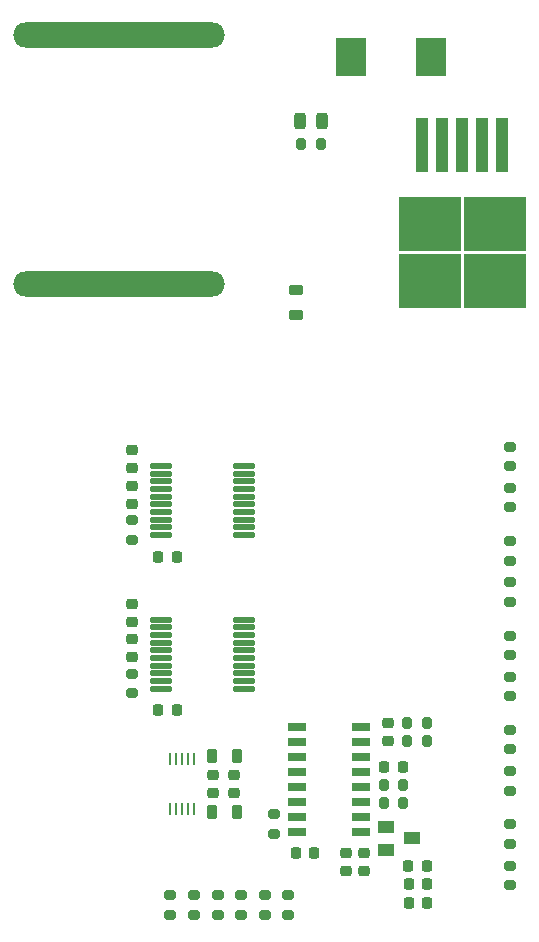
<source format=gbr>
%TF.GenerationSoftware,KiCad,Pcbnew,(6.0.9-0)*%
%TF.CreationDate,2023-01-29T21:41:41+00:00*%
%TF.ProjectId,FiringPi,46697269-6e67-4506-992e-6b696361645f,rev?*%
%TF.SameCoordinates,Original*%
%TF.FileFunction,Paste,Top*%
%TF.FilePolarity,Positive*%
%FSLAX46Y46*%
G04 Gerber Fmt 4.6, Leading zero omitted, Abs format (unit mm)*
G04 Created by KiCad (PCBNEW (6.0.9-0)) date 2023-01-29 21:41:41*
%MOMM*%
%LPD*%
G01*
G04 APERTURE LIST*
G04 Aperture macros list*
%AMRoundRect*
0 Rectangle with rounded corners*
0 $1 Rounding radius*
0 $2 $3 $4 $5 $6 $7 $8 $9 X,Y pos of 4 corners*
0 Add a 4 corners polygon primitive as box body*
4,1,4,$2,$3,$4,$5,$6,$7,$8,$9,$2,$3,0*
0 Add four circle primitives for the rounded corners*
1,1,$1+$1,$2,$3*
1,1,$1+$1,$4,$5*
1,1,$1+$1,$6,$7*
1,1,$1+$1,$8,$9*
0 Add four rect primitives between the rounded corners*
20,1,$1+$1,$2,$3,$4,$5,0*
20,1,$1+$1,$4,$5,$6,$7,0*
20,1,$1+$1,$6,$7,$8,$9,0*
20,1,$1+$1,$8,$9,$2,$3,0*%
G04 Aperture macros list end*
%ADD10RoundRect,0.225000X-0.225000X-0.250000X0.225000X-0.250000X0.225000X0.250000X-0.225000X0.250000X0*%
%ADD11RoundRect,0.200000X-0.275000X0.200000X-0.275000X-0.200000X0.275000X-0.200000X0.275000X0.200000X0*%
%ADD12RoundRect,0.218750X0.218750X0.381250X-0.218750X0.381250X-0.218750X-0.381250X0.218750X-0.381250X0*%
%ADD13RoundRect,0.225000X0.250000X-0.225000X0.250000X0.225000X-0.250000X0.225000X-0.250000X-0.225000X0*%
%ADD14RoundRect,0.200000X0.275000X-0.200000X0.275000X0.200000X-0.275000X0.200000X-0.275000X-0.200000X0*%
%ADD15RoundRect,0.225000X-0.250000X0.225000X-0.250000X-0.225000X0.250000X-0.225000X0.250000X0.225000X0*%
%ADD16RoundRect,0.200000X-0.200000X-0.275000X0.200000X-0.275000X0.200000X0.275000X-0.200000X0.275000X0*%
%ADD17RoundRect,0.243750X0.243750X0.456250X-0.243750X0.456250X-0.243750X-0.456250X0.243750X-0.456250X0*%
%ADD18RoundRect,0.218750X0.381250X-0.218750X0.381250X0.218750X-0.381250X0.218750X-0.381250X-0.218750X0*%
%ADD19RoundRect,0.125000X-0.825000X-0.125000X0.825000X-0.125000X0.825000X0.125000X-0.825000X0.125000X0*%
%ADD20R,1.400000X1.000000*%
%ADD21R,2.500000X3.300000*%
%ADD22O,17.907000X2.159000*%
%ADD23R,1.525000X0.700000*%
%ADD24RoundRect,0.218750X-0.218750X-0.381250X0.218750X-0.381250X0.218750X0.381250X-0.218750X0.381250X0*%
%ADD25RoundRect,0.200000X0.200000X0.275000X-0.200000X0.275000X-0.200000X-0.275000X0.200000X-0.275000X0*%
%ADD26R,0.250000X1.100000*%
%ADD27R,1.100000X4.600000*%
%ADD28R,5.250000X4.550000*%
%ADD29RoundRect,0.218750X-0.218750X-0.256250X0.218750X-0.256250X0.218750X0.256250X-0.218750X0.256250X0*%
G04 APERTURE END LIST*
D10*
%TO.C,C4*%
X63175000Y-98500000D03*
X64725000Y-98500000D03*
%TD*%
D11*
%TO.C,R22*%
X71750000Y-80925000D03*
X71750000Y-82575000D03*
%TD*%
D10*
%TO.C,C16*%
X41975000Y-70750000D03*
X43525000Y-70750000D03*
%TD*%
D12*
%TO.C,FB2*%
X48662500Y-92400000D03*
X46537500Y-92400000D03*
%TD*%
D11*
%TO.C,R20*%
X71750000Y-72925000D03*
X71750000Y-74575000D03*
%TD*%
D13*
%TO.C,C10*%
X46600000Y-90775000D03*
X46600000Y-89225000D03*
%TD*%
D14*
%TO.C,R17*%
X71750000Y-63075000D03*
X71750000Y-61425000D03*
%TD*%
D15*
%TO.C,C9*%
X57900000Y-95850000D03*
X57900000Y-97400000D03*
%TD*%
D14*
%TO.C,R9*%
X43000000Y-101075000D03*
X43000000Y-99425000D03*
%TD*%
D13*
%TO.C,C5*%
X61400000Y-86375000D03*
X61400000Y-84825000D03*
%TD*%
D16*
%TO.C,R10*%
X63075000Y-86350000D03*
X64725000Y-86350000D03*
%TD*%
D17*
%TO.C,D2*%
X55837500Y-33900000D03*
X53962500Y-33900000D03*
%TD*%
D18*
%TO.C,FB1*%
X53621320Y-48187500D03*
X53621320Y-50312500D03*
%TD*%
D19*
%TO.C,U6*%
X42250000Y-63075000D03*
X42250000Y-63725000D03*
X42250000Y-64375000D03*
X42250000Y-65025000D03*
X42250000Y-65675000D03*
X42250000Y-66325000D03*
X42250000Y-66975000D03*
X42250000Y-67625000D03*
X42250000Y-68275000D03*
X42250000Y-68925000D03*
X49250000Y-68925000D03*
X49250000Y-68275000D03*
X49250000Y-67625000D03*
X49250000Y-66975000D03*
X49250000Y-66325000D03*
X49250000Y-65675000D03*
X49250000Y-65025000D03*
X49250000Y-64375000D03*
X49250000Y-63725000D03*
X49250000Y-63075000D03*
%TD*%
D11*
%TO.C,R16*%
X39750000Y-82325000D03*
X39750000Y-80675000D03*
%TD*%
D20*
%TO.C,Q1*%
X61300000Y-93650000D03*
X63500000Y-94600000D03*
X61300000Y-95550000D03*
%TD*%
D15*
%TO.C,C13*%
X39750000Y-64725000D03*
X39750000Y-66275000D03*
%TD*%
D11*
%TO.C,R24*%
X71750000Y-88925000D03*
X71750000Y-90575000D03*
%TD*%
D16*
%TO.C,R13*%
X61075000Y-90100000D03*
X62725000Y-90100000D03*
%TD*%
D11*
%TO.C,R18*%
X71750000Y-64925000D03*
X71750000Y-66575000D03*
%TD*%
D14*
%TO.C,R23*%
X71750000Y-87075000D03*
X71750000Y-85425000D03*
%TD*%
D10*
%TO.C,C6*%
X61125000Y-88600000D03*
X62675000Y-88600000D03*
%TD*%
D13*
%TO.C,C14*%
X39750000Y-76275000D03*
X39750000Y-74725000D03*
%TD*%
D21*
%TO.C,D1*%
X65075000Y-28425000D03*
X58275000Y-28425000D03*
%TD*%
D10*
%TO.C,C3*%
X63175000Y-100100000D03*
X64725000Y-100100000D03*
%TD*%
D11*
%TO.C,R26*%
X71750000Y-96925000D03*
X71750000Y-98575000D03*
%TD*%
D14*
%TO.C,R5*%
X51000000Y-101075000D03*
X51000000Y-99425000D03*
%TD*%
D15*
%TO.C,C8*%
X59400000Y-95850000D03*
X59400000Y-97400000D03*
%TD*%
D22*
%TO.C,L7*%
X38621320Y-47662320D03*
X38621320Y-26580320D03*
%TD*%
D13*
%TO.C,C12*%
X39750000Y-63275000D03*
X39750000Y-61725000D03*
%TD*%
D23*
%TO.C,IC1*%
X59112000Y-94045000D03*
X59112000Y-92775000D03*
X59112000Y-91505000D03*
X59112000Y-90235000D03*
X59112000Y-88965000D03*
X59112000Y-87695000D03*
X59112000Y-86425000D03*
X59112000Y-85155000D03*
X53688000Y-85155000D03*
X53688000Y-86425000D03*
X53688000Y-87695000D03*
X53688000Y-88965000D03*
X53688000Y-90235000D03*
X53688000Y-91505000D03*
X53688000Y-92775000D03*
X53688000Y-94045000D03*
%TD*%
D10*
%TO.C,C7*%
X53625000Y-95850000D03*
X55175000Y-95850000D03*
%TD*%
D16*
%TO.C,R11*%
X63075000Y-84850000D03*
X64725000Y-84850000D03*
%TD*%
%TO.C,R12*%
X62725000Y-91600000D03*
X61075000Y-91600000D03*
%TD*%
D24*
%TO.C,FB3*%
X46537500Y-87600000D03*
X48662500Y-87600000D03*
%TD*%
D14*
%TO.C,R21*%
X71750000Y-79075000D03*
X71750000Y-77425000D03*
%TD*%
D25*
%TO.C,R1*%
X54075000Y-35800000D03*
X55725000Y-35800000D03*
%TD*%
D15*
%TO.C,C15*%
X39750000Y-77725000D03*
X39750000Y-79275000D03*
%TD*%
D13*
%TO.C,C11*%
X48400000Y-90775000D03*
X48400000Y-89225000D03*
%TD*%
D14*
%TO.C,R19*%
X71750000Y-71075000D03*
X71750000Y-69425000D03*
%TD*%
%TO.C,R8*%
X45000000Y-101075000D03*
X45000000Y-99425000D03*
%TD*%
%TO.C,R7*%
X47000000Y-101075000D03*
X47000000Y-99425000D03*
%TD*%
D26*
%TO.C,U5*%
X45000000Y-87850000D03*
X44500000Y-87850000D03*
X44000000Y-87850000D03*
X43500000Y-87850000D03*
X43000000Y-87850000D03*
X43000000Y-92150000D03*
X43500000Y-92150000D03*
X44000000Y-92150000D03*
X44500000Y-92150000D03*
X45000000Y-92150000D03*
%TD*%
D10*
%TO.C,C17*%
X42000000Y-83750000D03*
X43550000Y-83750000D03*
%TD*%
D14*
%TO.C,R25*%
X71750000Y-95075000D03*
X71750000Y-93425000D03*
%TD*%
%TO.C,R4*%
X53000000Y-101075000D03*
X53000000Y-99425000D03*
%TD*%
D11*
%TO.C,R15*%
X39750000Y-69325000D03*
X39750000Y-67675000D03*
%TD*%
D14*
%TO.C,R14*%
X51800000Y-94225000D03*
X51800000Y-92575000D03*
%TD*%
%TO.C,R6*%
X49000000Y-101075000D03*
X49000000Y-99425000D03*
%TD*%
D19*
%TO.C,U7*%
X42250000Y-76075000D03*
X42250000Y-76725000D03*
X42250000Y-77375000D03*
X42250000Y-78025000D03*
X42250000Y-78675000D03*
X42250000Y-79325000D03*
X42250000Y-79975000D03*
X42250000Y-80625000D03*
X42250000Y-81275000D03*
X42250000Y-81925000D03*
X49250000Y-81925000D03*
X49250000Y-81275000D03*
X49250000Y-80625000D03*
X49250000Y-79975000D03*
X49250000Y-79325000D03*
X49250000Y-78675000D03*
X49250000Y-78025000D03*
X49250000Y-77375000D03*
X49250000Y-76725000D03*
X49250000Y-76075000D03*
%TD*%
D27*
%TO.C,U4*%
X64325000Y-35875000D03*
X66025000Y-35875000D03*
X67725000Y-35875000D03*
X69425000Y-35875000D03*
X71125000Y-35875000D03*
D28*
X64950000Y-47450000D03*
X70500000Y-42600000D03*
X70500000Y-47450000D03*
X64950000Y-42600000D03*
%TD*%
D29*
%TO.C,L6*%
X63162500Y-96900000D03*
X64737500Y-96900000D03*
%TD*%
M02*

</source>
